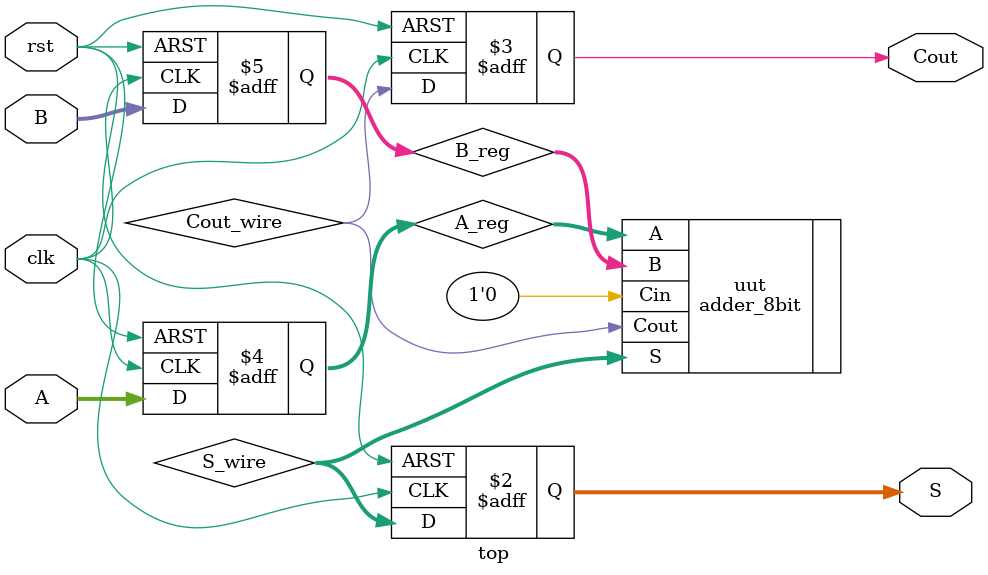
<source format=v>
`timescale 1ns / 1ps

module top (
    input clk,
    input rst,
    input [7:0] A,
    input [7:0] B,
    output reg [7:0] S,
    output reg  Cout
);

reg [7:0] A_reg;
reg [7:0] B_reg;
wire [7:0] S_wire;
wire Cout_wire;

adder_8bit uut (
    .A(A_reg),
    .B(B_reg),
    .Cin(1'b0),
    .S(S_wire),
    .Cout(Cout_wire)
);

// Use an event-based asynchronous reset (active-high) together with
// synchronous updates on the rising edge of clk.
always @(posedge clk or posedge rst) begin
    if (rst) begin
        A_reg <= 8'b0;
        B_reg <= 8'b0;
        S <= 8'b0;
        Cout <= 1'b0;
    end else begin
        A_reg <= A;
        B_reg <= B;
        S <= S_wire;
        Cout <= Cout_wire;
    end
end

endmodule

</source>
